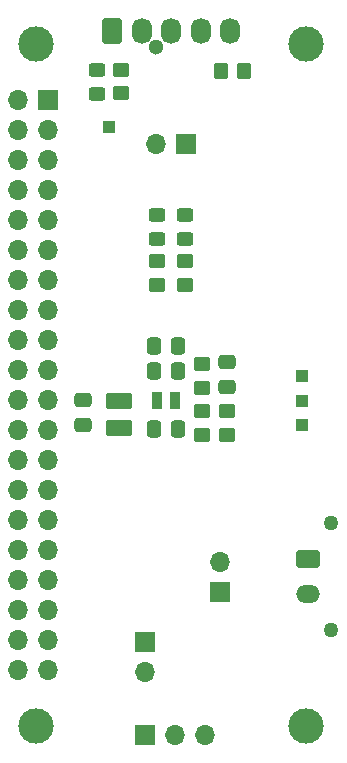
<source format=gbr>
%TF.GenerationSoftware,KiCad,Pcbnew,9.0.0*%
%TF.CreationDate,2025-04-06T00:06:35-05:00*%
%TF.ProjectId,RC-PCB,52432d50-4342-42e6-9b69-6361645f7063,rev?*%
%TF.SameCoordinates,Original*%
%TF.FileFunction,Soldermask,Top*%
%TF.FilePolarity,Negative*%
%FSLAX46Y46*%
G04 Gerber Fmt 4.6, Leading zero omitted, Abs format (unit mm)*
G04 Created by KiCad (PCBNEW 9.0.0) date 2025-04-06 00:06:35*
%MOMM*%
%LPD*%
G01*
G04 APERTURE LIST*
G04 Aperture macros list*
%AMRoundRect*
0 Rectangle with rounded corners*
0 $1 Rounding radius*
0 $2 $3 $4 $5 $6 $7 $8 $9 X,Y pos of 4 corners*
0 Add a 4 corners polygon primitive as box body*
4,1,4,$2,$3,$4,$5,$6,$7,$8,$9,$2,$3,0*
0 Add four circle primitives for the rounded corners*
1,1,$1+$1,$2,$3*
1,1,$1+$1,$4,$5*
1,1,$1+$1,$6,$7*
1,1,$1+$1,$8,$9*
0 Add four rect primitives between the rounded corners*
20,1,$1+$1,$2,$3,$4,$5,0*
20,1,$1+$1,$4,$5,$6,$7,0*
20,1,$1+$1,$6,$7,$8,$9,0*
20,1,$1+$1,$8,$9,$2,$3,0*%
G04 Aperture macros list end*
%ADD10RoundRect,0.250000X-0.450000X0.350000X-0.450000X-0.350000X0.450000X-0.350000X0.450000X0.350000X0*%
%ADD11RoundRect,0.250000X0.450000X-0.350000X0.450000X0.350000X-0.450000X0.350000X-0.450000X-0.350000X0*%
%ADD12C,3.000000*%
%ADD13RoundRect,0.250000X-0.450000X0.325000X-0.450000X-0.325000X0.450000X-0.325000X0.450000X0.325000X0*%
%ADD14C,1.300000*%
%ADD15RoundRect,0.250000X0.600000X-0.850000X0.600000X0.850000X-0.600000X0.850000X-0.600000X-0.850000X0*%
%ADD16O,1.700000X2.200000*%
%ADD17C,1.270000*%
%ADD18RoundRect,0.250001X-0.759999X0.499999X-0.759999X-0.499999X0.759999X-0.499999X0.759999X0.499999X0*%
%ADD19O,2.020000X1.500000*%
%ADD20RoundRect,0.250001X0.849999X-0.462499X0.849999X0.462499X-0.849999X0.462499X-0.849999X-0.462499X0*%
%ADD21RoundRect,0.250000X-0.337500X-0.475000X0.337500X-0.475000X0.337500X0.475000X-0.337500X0.475000X0*%
%ADD22R,1.700000X1.700000*%
%ADD23O,1.700000X1.700000*%
%ADD24RoundRect,0.250000X0.475000X-0.337500X0.475000X0.337500X-0.475000X0.337500X-0.475000X-0.337500X0*%
%ADD25RoundRect,0.250000X-0.350000X-0.450000X0.350000X-0.450000X0.350000X0.450000X-0.350000X0.450000X0*%
%ADD26R,1.000000X1.000000*%
%ADD27RoundRect,0.041120X-0.390880X-0.215880X0.390880X-0.215880X0.390880X0.215880X-0.390880X0.215880X0*%
G04 APERTURE END LIST*
D10*
%TO.C,R4*%
X145100000Y-79100000D03*
X145100000Y-81100000D03*
%TD*%
D11*
%TO.C,R3*%
X150500000Y-97300000D03*
X150500000Y-95300000D03*
%TD*%
D12*
%TO.C,H4*%
X137905000Y-134675000D03*
%TD*%
%TO.C,H3*%
X160705000Y-76875000D03*
%TD*%
D13*
%TO.C,REV1*%
X143000000Y-79075000D03*
X143000000Y-81125000D03*
%TD*%
D14*
%TO.C,Motor1*%
X148050000Y-77140000D03*
D15*
X144300000Y-75800000D03*
D16*
X146800000Y-75800000D03*
X149300000Y-75800000D03*
X151800000Y-75800000D03*
X154300000Y-75800000D03*
%TD*%
D10*
%TO.C,Ren*%
X151900000Y-108000000D03*
X151900000Y-110000000D03*
%TD*%
D17*
%TO.C,Battery1*%
X162860000Y-117500000D03*
X162860000Y-126500000D03*
D18*
X160900000Y-120500000D03*
D19*
X160900000Y-123500000D03*
%TD*%
D20*
%TO.C,L1*%
X144900000Y-109462500D03*
X144900000Y-107137500D03*
%TD*%
D21*
%TO.C,Cin*%
X147812500Y-102500000D03*
X149887500Y-102500000D03*
%TD*%
D22*
%TO.C,Power*%
X153400000Y-123300000D03*
D23*
X153400000Y-120760000D03*
%TD*%
D10*
%TO.C,Rfbt*%
X151900000Y-104000000D03*
X151900000Y-106000000D03*
%TD*%
D11*
%TO.C,Rfbb*%
X154000000Y-110000000D03*
X154000000Y-108000000D03*
%TD*%
D12*
%TO.C,H1*%
X160705000Y-134675000D03*
%TD*%
D22*
%TO.C,Servo1*%
X147100000Y-135400000D03*
D23*
X149640000Y-135400000D03*
X152180000Y-135400000D03*
%TD*%
D13*
%TO.C,5V*%
X150500000Y-91387500D03*
X150500000Y-93437500D03*
%TD*%
D24*
%TO.C,Cff*%
X154000000Y-105937500D03*
X154000000Y-103862500D03*
%TD*%
D21*
%TO.C,Cinx*%
X147812500Y-104600000D03*
X149887500Y-104600000D03*
%TD*%
D25*
%TO.C,R0*%
X153500000Y-79200000D03*
X155500000Y-79200000D03*
%TD*%
D13*
%TO.C,12V*%
X148100000Y-91387500D03*
X148100000Y-93437500D03*
%TD*%
D22*
%TO.C,Motor*%
X150575000Y-85400000D03*
D23*
X148035000Y-85400000D03*
%TD*%
D26*
%TO.C,+5V*%
X160400000Y-107100000D03*
%TD*%
D12*
%TO.C,H2*%
X137905000Y-76875000D03*
%TD*%
D27*
%TO.C,U1*%
X148130000Y-106600000D03*
X148130000Y-107100000D03*
X148130000Y-107600000D03*
X149600000Y-107600000D03*
X149600000Y-107100000D03*
X149600000Y-106600000D03*
%TD*%
D22*
%TO.C,Servo*%
X147100000Y-127560000D03*
D23*
X147100000Y-130100000D03*
%TD*%
D26*
%TO.C,GND*%
X160400000Y-105000000D03*
%TD*%
D11*
%TO.C,R2*%
X148100000Y-97300000D03*
X148100000Y-95300000D03*
%TD*%
D26*
%TO.C,Rev2*%
X144005000Y-83900000D03*
%TD*%
%TO.C,+12V*%
X160400000Y-109200000D03*
%TD*%
D24*
%TO.C,Cout*%
X141800000Y-109137500D03*
X141800000Y-107062500D03*
%TD*%
D21*
%TO.C,Cboot*%
X147812500Y-109500000D03*
X149887500Y-109500000D03*
%TD*%
D22*
%TO.C,GPIO*%
X138905000Y-81695000D03*
D23*
X136365000Y-81695000D03*
X138905000Y-84235000D03*
X136365000Y-84235000D03*
X138905000Y-86775000D03*
X136365000Y-86775000D03*
X138905000Y-89315000D03*
X136365000Y-89315000D03*
X138905000Y-91855000D03*
X136365000Y-91855000D03*
X138905000Y-94395000D03*
X136365000Y-94395000D03*
X138905000Y-96935000D03*
X136365000Y-96935000D03*
X138905000Y-99475000D03*
X136365000Y-99475000D03*
X138905000Y-102015000D03*
X136365000Y-102015000D03*
X138905000Y-104555000D03*
X136365000Y-104555000D03*
X138905000Y-107095000D03*
X136365000Y-107095000D03*
X138905000Y-109635000D03*
X136365000Y-109635000D03*
X138905000Y-112175000D03*
X136365000Y-112175000D03*
X138905000Y-114715000D03*
X136365000Y-114715000D03*
X138905000Y-117255000D03*
X136365000Y-117255000D03*
X138905000Y-119795000D03*
X136365000Y-119795000D03*
X138905000Y-122335000D03*
X136365000Y-122335000D03*
X138905000Y-124875000D03*
X136365000Y-124875000D03*
X138905000Y-127415000D03*
X136365000Y-127415000D03*
X138905000Y-129955000D03*
X136365000Y-129955000D03*
%TD*%
M02*

</source>
